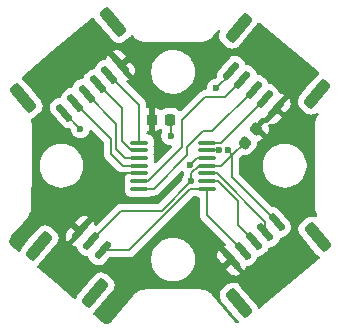
<source format=gbr>
%TF.GenerationSoftware,KiCad,Pcbnew,9.0.3*%
%TF.CreationDate,2025-07-17T11:53:43-06:00*%
%TF.ProjectId,EncoderBoard,456e636f-6465-4724-926f-6172642e6b69,rev?*%
%TF.SameCoordinates,Original*%
%TF.FileFunction,Copper,L1,Top*%
%TF.FilePolarity,Positive*%
%FSLAX46Y46*%
G04 Gerber Fmt 4.6, Leading zero omitted, Abs format (unit mm)*
G04 Created by KiCad (PCBNEW 9.0.3) date 2025-07-17 11:53:43*
%MOMM*%
%LPD*%
G01*
G04 APERTURE LIST*
G04 Aperture macros list*
%AMRoundRect*
0 Rectangle with rounded corners*
0 $1 Rounding radius*
0 $2 $3 $4 $5 $6 $7 $8 $9 X,Y pos of 4 corners*
0 Add a 4 corners polygon primitive as box body*
4,1,4,$2,$3,$4,$5,$6,$7,$8,$9,$2,$3,0*
0 Add four circle primitives for the rounded corners*
1,1,$1+$1,$2,$3*
1,1,$1+$1,$4,$5*
1,1,$1+$1,$6,$7*
1,1,$1+$1,$8,$9*
0 Add four rect primitives between the rounded corners*
20,1,$1+$1,$2,$3,$4,$5,0*
20,1,$1+$1,$4,$5,$6,$7,0*
20,1,$1+$1,$6,$7,$8,$9,0*
20,1,$1+$1,$8,$9,$2,$3,0*%
G04 Aperture macros list end*
%TA.AperFunction,SMDPad,CuDef*%
%ADD10RoundRect,0.150000X-0.335045X0.632649X-0.564858X0.439813X0.335045X-0.632649X0.564858X-0.439813X0*%
%TD*%
%TA.AperFunction,SMDPad,CuDef*%
%ADD11RoundRect,0.250000X-0.515555X1.003346X-0.898577X0.681952X0.515555X-1.003346X0.898577X-0.681952X0*%
%TD*%
%TA.AperFunction,SMDPad,CuDef*%
%ADD12RoundRect,0.100000X-0.637500X-0.100000X0.637500X-0.100000X0.637500X0.100000X-0.637500X0.100000X0*%
%TD*%
%TA.AperFunction,SMDPad,CuDef*%
%ADD13RoundRect,0.150000X-0.564858X-0.439813X-0.335045X-0.632649X0.564858X0.439813X0.335045X0.632649X0*%
%TD*%
%TA.AperFunction,SMDPad,CuDef*%
%ADD14RoundRect,0.250000X-0.898577X-0.681952X-0.515555X-1.003346X0.898577X0.681952X0.515555X1.003346X0*%
%TD*%
%TA.AperFunction,SMDPad,CuDef*%
%ADD15RoundRect,0.150000X0.564858X0.439813X0.335045X0.632649X-0.564858X-0.439813X-0.335045X-0.632649X0*%
%TD*%
%TA.AperFunction,SMDPad,CuDef*%
%ADD16RoundRect,0.250000X0.898577X0.681952X0.515555X1.003346X-0.898577X-0.681952X-0.515555X-1.003346X0*%
%TD*%
%TA.AperFunction,SMDPad,CuDef*%
%ADD17RoundRect,0.150000X0.335045X-0.632649X0.564858X-0.439813X-0.335045X0.632649X-0.564858X0.439813X0*%
%TD*%
%TA.AperFunction,SMDPad,CuDef*%
%ADD18RoundRect,0.250000X0.515555X-1.003346X0.898577X-0.681952X-0.515555X1.003346X-0.898577X0.681952X0*%
%TD*%
%TA.AperFunction,SMDPad,CuDef*%
%ADD19RoundRect,0.225000X0.046884X-0.333057X0.336138X0.011663X-0.046884X0.333057X-0.336138X-0.011663X0*%
%TD*%
%TA.AperFunction,SMDPad,CuDef*%
%ADD20RoundRect,0.225000X0.225000X0.250000X-0.225000X0.250000X-0.225000X-0.250000X0.225000X-0.250000X0*%
%TD*%
%TA.AperFunction,ViaPad*%
%ADD21C,0.600000*%
%TD*%
%TA.AperFunction,Conductor*%
%ADD22C,0.200000*%
%TD*%
G04 APERTURE END LIST*
D10*
%TO.P,J1,1,Pin_1*%
%TO.N,GND*%
X145558046Y-91508471D03*
%TO.P,J1,2,Pin_2*%
%TO.N,Net-(J1-Pin_2)*%
X144600490Y-92311955D03*
%TO.P,J1,3,Pin_3*%
%TO.N,Net-(J1-Pin_3)*%
X143642935Y-93115440D03*
%TO.P,J1,4,Pin_4*%
%TO.N,Net-(J1-Pin_4)*%
X142685379Y-93918924D03*
%TO.P,J1,5,Pin_5*%
%TO.N,Net-(J1-Pin_5)*%
X141727824Y-94722409D03*
%TO.P,J1,6,Pin_6*%
%TO.N,VDD*%
X140770268Y-95525894D03*
D11*
%TO.P,J1,MP,MountPin*%
%TO.N,unconnected-(J1-MountPin-PadMP)*%
X144918308Y-87867972D03*
X137296166Y-94263708D03*
%TD*%
D12*
%TO.P,U1,1,~{CS}*%
%TO.N,Net-(J1-Pin_2)*%
X147137500Y-98050000D03*
%TO.P,U1,2,CLK*%
%TO.N,Net-(J1-Pin_3)*%
X147137500Y-98700000D03*
%TO.P,U1,3,MISO*%
%TO.N,Net-(J1-Pin_4)*%
X147137500Y-99350000D03*
%TO.P,U1,4,MOSI*%
%TO.N,Net-(J1-Pin_5)*%
X147137500Y-100000000D03*
%TO.P,U1,5,TST*%
%TO.N,GND*%
X147137500Y-100650000D03*
%TO.P,U1,6,B*%
%TO.N,Net-(J2-Pin_4)*%
X147137500Y-101300000D03*
%TO.P,U1,7,A*%
%TO.N,Net-(J2-Pin_3)*%
X147137500Y-101950000D03*
%TO.P,U1,8,W/PWM*%
%TO.N,Net-(J3-Pin_2)*%
X152862500Y-101950000D03*
%TO.P,U1,9,V*%
%TO.N,Net-(J3-Pin_3)*%
X152862500Y-101300000D03*
%TO.P,U1,10,U*%
%TO.N,Net-(J3-Pin_4)*%
X152862500Y-100650000D03*
%TO.P,U1,11,VDD*%
%TO.N,VDD*%
X152862500Y-100000000D03*
%TO.P,U1,12,VDD3V3*%
%TO.N,Net-(JP1-C)*%
X152862500Y-99350000D03*
%TO.P,U1,13,GND*%
%TO.N,GND*%
X152862500Y-98700000D03*
%TO.P,U1,14,I/PWM*%
%TO.N,Net-(J2-Pin_2)*%
X152862500Y-98050000D03*
%TD*%
D13*
%TO.P,J4,1,Pin_1*%
%TO.N,GND*%
X142123438Y-105550870D03*
%TO.P,J4,2,Pin_2*%
%TO.N,VDD*%
X143080993Y-106354355D03*
%TO.P,J4,3,Pin_3*%
%TO.N,Net-(J3-Pin_2)*%
X144038549Y-107157839D03*
D14*
%TO.P,J4,MP,MountPin*%
%TO.N,unconnected-(J4-MountPin-PadMP)*%
X138649335Y-106813055D03*
X143398811Y-110798339D03*
%TD*%
D15*
%TO.P,J2,1,Pin_1*%
%TO.N,GND*%
X158734118Y-95177616D03*
%TO.P,J2,2,Pin_2*%
%TO.N,Net-(J2-Pin_2)*%
X157776564Y-94374131D03*
%TO.P,J2,3,Pin_3*%
%TO.N,Net-(J2-Pin_3)*%
X156819008Y-93570646D03*
%TO.P,J2,4,Pin_4*%
%TO.N,Net-(J2-Pin_4)*%
X155861452Y-92767162D03*
%TO.P,J2,5,Pin_5*%
%TO.N,VDD*%
X154903898Y-91963678D03*
D16*
%TO.P,J2,MP,MountPin*%
%TO.N,unconnected-(J2-MountPin-PadMP)*%
X162208222Y-93915430D03*
X155543635Y-88323178D03*
%TD*%
D17*
%TO.P,J3,1,Pin_1*%
%TO.N,GND*%
X154953897Y-108011323D03*
%TO.P,J3,2,Pin_2*%
%TO.N,Net-(J3-Pin_2)*%
X155911452Y-107207838D03*
%TO.P,J3,3,Pin_3*%
%TO.N,Net-(J3-Pin_3)*%
X156869008Y-106404354D03*
%TO.P,J3,4,Pin_4*%
%TO.N,Net-(J3-Pin_4)*%
X157826563Y-105600869D03*
%TO.P,J3,5,Pin_5*%
%TO.N,VDD*%
X158784119Y-104797385D03*
D18*
%TO.P,J3,MP,MountPin*%
%TO.N,unconnected-(J3-MountPin-PadMP)*%
X155593635Y-111651822D03*
X162258222Y-106059570D03*
%TD*%
D19*
%TO.P,C1,1*%
%TO.N,VDD*%
X156051840Y-98043684D03*
%TO.P,C1,2*%
%TO.N,GND*%
X157048160Y-96856316D03*
%TD*%
D20*
%TO.P,C2,1*%
%TO.N,Net-(JP1-A)*%
X149775000Y-96100000D03*
%TO.P,C2,2*%
%TO.N,GND*%
X148225000Y-96100000D03*
%TD*%
D21*
%TO.N,GND*%
X153852354Y-98711358D03*
X145050000Y-101300000D03*
%TO.N,VDD*%
X154650000Y-98650000D03*
X151550000Y-101300000D03*
X142150000Y-96850000D03*
X153650000Y-93450000D03*
%TO.N,Net-(JP1-A)*%
X149800000Y-97450000D03*
%TO.N,Net-(JP1-C)*%
X151450735Y-99900735D03*
%TD*%
D22*
%TO.N,GND*%
X152862500Y-98700000D02*
X153840996Y-98700000D01*
X145700000Y-100650000D02*
X145050000Y-101300000D01*
X147137500Y-100650000D02*
X145700000Y-100650000D01*
X153840996Y-98700000D02*
X153852354Y-98711358D01*
%TO.N,VDD*%
X152200000Y-100000000D02*
X151550000Y-100650000D01*
X154650000Y-98700000D02*
X155022762Y-99072762D01*
X154903897Y-92196103D02*
X153650000Y-93450000D01*
X152862500Y-100000000D02*
X152200000Y-100000000D01*
X155022762Y-100972762D02*
X155022762Y-99072762D01*
X152862500Y-100000000D02*
X154095524Y-100000000D01*
X140770268Y-95525894D02*
X140825894Y-95525894D01*
X143080993Y-106354355D02*
X145635348Y-103800000D01*
X151550000Y-100650000D02*
X151550000Y-101300000D01*
X154650000Y-98650000D02*
X154650000Y-98700000D01*
X158784119Y-104797385D02*
X158784119Y-104734119D01*
X154095524Y-100000000D02*
X155022762Y-99072762D01*
X149050000Y-103800000D02*
X151550000Y-101300000D01*
X154903897Y-91963678D02*
X154903897Y-92196103D01*
X145635348Y-103800000D02*
X149050000Y-103800000D01*
X155022762Y-99072762D02*
X156051840Y-98043684D01*
X158784119Y-104734119D02*
X155022762Y-100972762D01*
X140825894Y-95525894D02*
X142150000Y-96850000D01*
%TO.N,Net-(JP1-A)*%
X149800000Y-97450000D02*
X149800000Y-96125000D01*
X149800000Y-96125000D02*
X149775000Y-96100000D01*
%TO.N,Net-(J1-Pin_3)*%
X143642935Y-93115440D02*
X145650000Y-95122505D01*
X145650000Y-95122505D02*
X145650000Y-97949999D01*
X145650000Y-97949999D02*
X146400001Y-98700000D01*
X146400001Y-98700000D02*
X147137500Y-98700000D01*
%TO.N,Net-(J1-Pin_5)*%
X141727824Y-94722409D02*
X141727824Y-94727824D01*
X144750000Y-99000000D02*
X145750000Y-100000000D01*
X141727824Y-94727824D02*
X144750000Y-97750000D01*
X144750000Y-97750000D02*
X144750000Y-99000000D01*
X145750000Y-100000000D02*
X147137500Y-100000000D01*
%TO.N,Net-(J1-Pin_4)*%
X145950000Y-99350000D02*
X147137500Y-99350000D01*
X145200000Y-96433545D02*
X145200000Y-98600000D01*
X145200000Y-98600000D02*
X145950000Y-99350000D01*
X142685379Y-93918924D02*
X145200000Y-96433545D01*
%TO.N,Net-(J1-Pin_2)*%
X147137500Y-94848965D02*
X147137500Y-98050000D01*
X144600490Y-92311955D02*
X147137500Y-94848965D01*
%TO.N,Net-(J2-Pin_4)*%
X150800000Y-98374999D02*
X147874999Y-101300000D01*
X152700000Y-94200000D02*
X150800000Y-96100000D01*
X154428614Y-94200000D02*
X152700000Y-94200000D01*
X147874999Y-101300000D02*
X147137500Y-101300000D01*
X155861452Y-92767162D02*
X154428614Y-94200000D01*
X150800000Y-96100000D02*
X150800000Y-98374999D01*
%TO.N,Net-(J2-Pin_2)*%
X154100695Y-98050000D02*
X152862500Y-98050000D01*
X157776564Y-94374131D02*
X154100695Y-98050000D01*
%TO.N,Net-(J2-Pin_3)*%
X156819008Y-93580992D02*
X153300000Y-97100000D01*
X151201000Y-98404130D02*
X151201000Y-99099000D01*
X148350000Y-101950000D02*
X147137500Y-101950000D01*
X151201000Y-99099000D02*
X148350000Y-101950000D01*
X153300000Y-97100000D02*
X152505130Y-97100000D01*
X152505130Y-97100000D02*
X151201000Y-98404130D01*
X156819008Y-93570646D02*
X156819008Y-93580992D01*
%TO.N,Net-(J3-Pin_4)*%
X153717100Y-100650000D02*
X152862500Y-100650000D01*
X157826563Y-104759463D02*
X153717100Y-100650000D01*
X157826563Y-105600869D02*
X157826563Y-104759463D01*
%TO.N,Net-(J3-Pin_2)*%
X155911452Y-107207838D02*
X152862500Y-104158886D01*
X146259261Y-107157839D02*
X151467100Y-101950000D01*
X144038549Y-107157839D02*
X146259261Y-107157839D01*
X151467100Y-101950000D02*
X152862500Y-101950000D01*
X152862500Y-104158886D02*
X152862500Y-101950000D01*
%TO.N,Net-(J3-Pin_3)*%
X155500000Y-103000000D02*
X153800000Y-101300000D01*
X153800000Y-101300000D02*
X152862500Y-101300000D01*
X155500000Y-105035346D02*
X155500000Y-103000000D01*
X156869008Y-106404354D02*
X155500000Y-105035346D01*
%TO.N,Net-(JP1-C)*%
X152001470Y-99350000D02*
X151450735Y-99900735D01*
X152862500Y-99350000D02*
X152001470Y-99350000D01*
%TD*%
%TA.AperFunction,Conductor*%
%TO.N,GND*%
G36*
X143287151Y-87464380D02*
G01*
X143339200Y-87510992D01*
X143349041Y-87530536D01*
X143354638Y-87544625D01*
X143354641Y-87544632D01*
X143354642Y-87544633D01*
X143412669Y-87630123D01*
X143412673Y-87630128D01*
X143412676Y-87630132D01*
X143412678Y-87630136D01*
X144646595Y-89100658D01*
X144868233Y-89364796D01*
X144891094Y-89392040D01*
X144891100Y-89392047D01*
X144965201Y-89464024D01*
X144965205Y-89464027D01*
X144965207Y-89464029D01*
X144988461Y-89478372D01*
X145114520Y-89556127D01*
X145114523Y-89556128D01*
X145114529Y-89556132D01*
X145281066Y-89611317D01*
X145455834Y-89626608D01*
X145455836Y-89626607D01*
X145455840Y-89626608D01*
X145629429Y-89601180D01*
X145629432Y-89601178D01*
X145629435Y-89601178D01*
X145756848Y-89550560D01*
X145792476Y-89536406D01*
X145877966Y-89478379D01*
X146337605Y-89092695D01*
X146409597Y-89018580D01*
X146418615Y-89003958D01*
X146439680Y-88985009D01*
X146458522Y-88963846D01*
X146465315Y-88961949D01*
X146470560Y-88957232D01*
X146498526Y-88952679D01*
X146525819Y-88945062D01*
X146532560Y-88947140D01*
X146539522Y-88946007D01*
X146565507Y-88957296D01*
X146592589Y-88965644D01*
X146600085Y-88972317D01*
X146603605Y-88973847D01*
X146618950Y-88989113D01*
X146667106Y-89046218D01*
X146667154Y-89046275D01*
X146712951Y-89100650D01*
X146712959Y-89100658D01*
X146876109Y-89245268D01*
X146876111Y-89245269D01*
X146876113Y-89245271D01*
X147058459Y-89364786D01*
X147058462Y-89364787D01*
X147058463Y-89364788D01*
X147256166Y-89456689D01*
X147256176Y-89456693D01*
X147465072Y-89519048D01*
X147465075Y-89519048D01*
X147465080Y-89519050D01*
X147680814Y-89550560D01*
X147789826Y-89550500D01*
X152210174Y-89550500D01*
X152233031Y-89550500D01*
X152319183Y-89550549D01*
X152534911Y-89519043D01*
X152743820Y-89456688D01*
X152941525Y-89364796D01*
X153123872Y-89245294D01*
X153287033Y-89100692D01*
X153293770Y-89092695D01*
X153357262Y-89017321D01*
X153357268Y-89017326D01*
X153357296Y-89017280D01*
X153375591Y-88995585D01*
X153386071Y-88983158D01*
X153413879Y-88950185D01*
X153413885Y-88950174D01*
X153764560Y-88534328D01*
X153822825Y-88495770D01*
X153892689Y-88494833D01*
X153951968Y-88531815D01*
X153981843Y-88594976D01*
X153974593Y-88660048D01*
X153915196Y-88809563D01*
X153889767Y-88983158D01*
X153905057Y-89157925D01*
X153905058Y-89157927D01*
X153960244Y-89324464D01*
X153960245Y-89324465D01*
X154052342Y-89473781D01*
X154052347Y-89473787D01*
X154113170Y-89536406D01*
X154124336Y-89547901D01*
X154583976Y-89933583D01*
X154669467Y-89991612D01*
X154669474Y-89991615D01*
X154832507Y-90056384D01*
X154832512Y-90056385D01*
X154832514Y-90056386D01*
X155006103Y-90081814D01*
X155180877Y-90066523D01*
X155347414Y-90011338D01*
X155496736Y-89919235D01*
X155570851Y-89847245D01*
X157049273Y-88085329D01*
X157107301Y-87999839D01*
X157132879Y-87935453D01*
X157175922Y-87880419D01*
X157241888Y-87857391D01*
X157309832Y-87873682D01*
X157327802Y-87886226D01*
X162330013Y-92081629D01*
X162368728Y-92139792D01*
X162369853Y-92209652D01*
X162333030Y-92269031D01*
X162315426Y-92282175D01*
X162255121Y-92319373D01*
X162255119Y-92319374D01*
X162255117Y-92319376D01*
X162181014Y-92391354D01*
X162181009Y-92391359D01*
X161298086Y-93443587D01*
X160704804Y-94150634D01*
X160702580Y-94153284D01*
X160644555Y-94238769D01*
X160644552Y-94238775D01*
X160579783Y-94401812D01*
X160554354Y-94575410D01*
X160569644Y-94750177D01*
X160576183Y-94769910D01*
X160624831Y-94916716D01*
X160643832Y-94947522D01*
X160716929Y-95066033D01*
X160716934Y-95066039D01*
X160784057Y-95135144D01*
X160788923Y-95140153D01*
X161248564Y-95525836D01*
X161254438Y-95529823D01*
X161334054Y-95583864D01*
X161334061Y-95583867D01*
X161497094Y-95648636D01*
X161497099Y-95648637D01*
X161497101Y-95648638D01*
X161670690Y-95674066D01*
X161845464Y-95658775D01*
X162012001Y-95603590D01*
X162138313Y-95525679D01*
X162205704Y-95507239D01*
X162272367Y-95528161D01*
X162317137Y-95581803D01*
X162325799Y-95651133D01*
X162298513Y-95710787D01*
X162281861Y-95730689D01*
X162281856Y-95730696D01*
X162281855Y-95730698D01*
X162192491Y-95874112D01*
X162171128Y-95908396D01*
X162171127Y-95908397D01*
X162086156Y-96099722D01*
X162086150Y-96099738D01*
X162028569Y-96301012D01*
X162028565Y-96301033D01*
X162006234Y-96460253D01*
X161999487Y-96508357D01*
X161999500Y-96613040D01*
X161999497Y-96678932D01*
X161999500Y-96678943D01*
X161999500Y-103363943D01*
X161999497Y-103363993D01*
X161999497Y-103386067D01*
X161999485Y-103386104D01*
X161999486Y-103386105D01*
X161999452Y-103542012D01*
X161999453Y-103542015D01*
X162028457Y-103749085D01*
X162028458Y-103749088D01*
X162028459Y-103749093D01*
X162030874Y-103757546D01*
X162074474Y-103910151D01*
X162085903Y-103950151D01*
X162158991Y-104114958D01*
X162170671Y-104141294D01*
X162170677Y-104141307D01*
X162198180Y-104185513D01*
X162216880Y-104252834D01*
X162196215Y-104319577D01*
X162142746Y-104364553D01*
X162073449Y-104373482D01*
X162053889Y-104368722D01*
X161895462Y-104316224D01*
X161895463Y-104316224D01*
X161720695Y-104300933D01*
X161547098Y-104326362D01*
X161547094Y-104326363D01*
X161384061Y-104391132D01*
X161384054Y-104391135D01*
X161341118Y-104420279D01*
X161298564Y-104449163D01*
X161298562Y-104449165D01*
X161298555Y-104449169D01*
X160838931Y-104834840D01*
X160838927Y-104834844D01*
X160766933Y-104908961D01*
X160766930Y-104908965D01*
X160677215Y-105054419D01*
X160674831Y-105058284D01*
X160671045Y-105069709D01*
X160619644Y-105224822D01*
X160604354Y-105399589D01*
X160629783Y-105573187D01*
X160694552Y-105736224D01*
X160694555Y-105736230D01*
X160709931Y-105758883D01*
X160752583Y-105821721D01*
X160752587Y-105821726D01*
X160752590Y-105821730D01*
X160752592Y-105821734D01*
X161971461Y-107274323D01*
X162225898Y-107577549D01*
X162231008Y-107583638D01*
X162231014Y-107583645D01*
X162305115Y-107655622D01*
X162305117Y-107655624D01*
X162305119Y-107655625D01*
X162305121Y-107655627D01*
X162319168Y-107664291D01*
X162355939Y-107686972D01*
X162402663Y-107738920D01*
X162413884Y-107807883D01*
X162386040Y-107871965D01*
X162370501Y-107887538D01*
X157373016Y-112076805D01*
X157308994Y-112104787D01*
X157240007Y-112093714D01*
X157187958Y-112047102D01*
X157178116Y-112027557D01*
X157157301Y-111975161D01*
X157099274Y-111889671D01*
X157099266Y-111889661D01*
X157099264Y-111889657D01*
X155775413Y-110311956D01*
X155620851Y-110127756D01*
X155620848Y-110127753D01*
X155620842Y-110127746D01*
X155546741Y-110055769D01*
X155546736Y-110055765D01*
X155397422Y-109963666D01*
X155397416Y-109963663D01*
X155397414Y-109963662D01*
X155397197Y-109963590D01*
X155230875Y-109908476D01*
X155230876Y-109908476D01*
X155056108Y-109893185D01*
X154882511Y-109918614D01*
X154882507Y-109918615D01*
X154719474Y-109983384D01*
X154719467Y-109983387D01*
X154667416Y-110018717D01*
X154633977Y-110041415D01*
X154633975Y-110041417D01*
X154633968Y-110041421D01*
X154174344Y-110427092D01*
X154174340Y-110427096D01*
X154102346Y-110501213D01*
X154102343Y-110501217D01*
X154010245Y-110650534D01*
X153955057Y-110817074D01*
X153939767Y-110991841D01*
X153965196Y-111165439D01*
X154029965Y-111328476D01*
X154029968Y-111328482D01*
X154029969Y-111328483D01*
X154087996Y-111413973D01*
X154088000Y-111413978D01*
X154088003Y-111413982D01*
X154088005Y-111413986D01*
X155535202Y-113138685D01*
X155541058Y-113152067D01*
X155551027Y-113162747D01*
X155554786Y-113183433D01*
X155563215Y-113202693D01*
X155560907Y-113217117D01*
X155563519Y-113231491D01*
X155555497Y-113250925D01*
X155552176Y-113271685D01*
X155542435Y-113282572D01*
X155536862Y-113296076D01*
X155519607Y-113308088D01*
X155505589Y-113323757D01*
X155491508Y-113327649D01*
X155479520Y-113335996D01*
X155458509Y-113336772D01*
X155438246Y-113342375D01*
X155423042Y-113338084D01*
X155409698Y-113338578D01*
X155377075Y-113325113D01*
X155332904Y-113298979D01*
X155310785Y-113282296D01*
X155244838Y-113219839D01*
X155235314Y-113209749D01*
X155189214Y-113155081D01*
X155189204Y-113155071D01*
X153332893Y-110953781D01*
X153332845Y-110953724D01*
X153287047Y-110899349D01*
X153287044Y-110899345D01*
X153287041Y-110899343D01*
X153287040Y-110899341D01*
X153123890Y-110754731D01*
X152941536Y-110635211D01*
X152743833Y-110543310D01*
X152743823Y-110543306D01*
X152534927Y-110480951D01*
X152534916Y-110480949D01*
X152319192Y-110449440D01*
X152319186Y-110449440D01*
X152210174Y-110449500D01*
X147766969Y-110449500D01*
X147680816Y-110449450D01*
X147465086Y-110480957D01*
X147465085Y-110480957D01*
X147256188Y-110543309D01*
X147256176Y-110543313D01*
X147058479Y-110635202D01*
X147058474Y-110635204D01*
X146876124Y-110754708D01*
X146712976Y-110899299D01*
X146712964Y-110899310D01*
X146643238Y-110982084D01*
X146643196Y-110982134D01*
X146623939Y-111004970D01*
X146623938Y-111004971D01*
X146601955Y-111031037D01*
X146601953Y-111031042D01*
X144804344Y-113162720D01*
X144804344Y-113162721D01*
X144764641Y-113209802D01*
X144764638Y-113209803D01*
X144755113Y-113219895D01*
X144689221Y-113282299D01*
X144667094Y-113298988D01*
X144595008Y-113341636D01*
X144569728Y-113352994D01*
X144489975Y-113378565D01*
X144462803Y-113384025D01*
X144379353Y-113391244D01*
X144351646Y-113390531D01*
X144268686Y-113379035D01*
X144241832Y-113372188D01*
X144229331Y-113367458D01*
X144163492Y-113342551D01*
X144138831Y-113329911D01*
X144081504Y-113291888D01*
X144063256Y-113279784D01*
X144052137Y-113271477D01*
X144023986Y-113247879D01*
X143284207Y-112627740D01*
X143245477Y-112569587D01*
X143244335Y-112499727D01*
X143281143Y-112440339D01*
X143298764Y-112427177D01*
X143351912Y-112394396D01*
X143426027Y-112322406D01*
X144904449Y-110560490D01*
X144962477Y-110475000D01*
X144981507Y-110427099D01*
X145027249Y-110311956D01*
X145027249Y-110311955D01*
X145027250Y-110311953D01*
X145052678Y-110138364D01*
X145052677Y-110138360D01*
X145052678Y-110138358D01*
X145037388Y-109963591D01*
X145022484Y-109918614D01*
X144982202Y-109797053D01*
X144926072Y-109706052D01*
X144890103Y-109647735D01*
X144890098Y-109647729D01*
X144818118Y-109573624D01*
X144818113Y-109573619D01*
X144818112Y-109573618D01*
X144818110Y-109573616D01*
X144358469Y-109187933D01*
X144272979Y-109129905D01*
X144272980Y-109129905D01*
X144272978Y-109129904D01*
X144272971Y-109129901D01*
X144109938Y-109065132D01*
X144109934Y-109065131D01*
X143936336Y-109039702D01*
X143761570Y-109054993D01*
X143595034Y-109110178D01*
X143595023Y-109110183D01*
X143445709Y-109202282D01*
X143371603Y-109274263D01*
X143371598Y-109274268D01*
X142793125Y-109963666D01*
X141895805Y-111033052D01*
X141893169Y-111036193D01*
X141835144Y-111121678D01*
X141835141Y-111121685D01*
X141811683Y-111180734D01*
X141768638Y-111235770D01*
X141702672Y-111258797D01*
X141634728Y-111242504D01*
X141616784Y-111229981D01*
X141539790Y-111165439D01*
X140106158Y-109963661D01*
X138532039Y-108644116D01*
X138493309Y-108585963D01*
X138492167Y-108516103D01*
X138528975Y-108456715D01*
X138546593Y-108443556D01*
X138602436Y-108409112D01*
X138676551Y-108337122D01*
X140154973Y-106575206D01*
X140213001Y-106489716D01*
X140220500Y-106470841D01*
X140277773Y-106326672D01*
X140277773Y-106326671D01*
X140277774Y-106326669D01*
X140303202Y-106153080D01*
X140303201Y-106153076D01*
X140303202Y-106153074D01*
X140288006Y-105979374D01*
X140287912Y-105978307D01*
X140287912Y-105978306D01*
X140283678Y-105965528D01*
X140903897Y-105965528D01*
X140903897Y-105965536D01*
X140918209Y-106129134D01*
X140972761Y-106284042D01*
X141064118Y-106420510D01*
X141065900Y-106422260D01*
X141771229Y-105581683D01*
X141349905Y-105228150D01*
X141018454Y-105623160D01*
X141018449Y-105623165D01*
X140996993Y-105653248D01*
X140930718Y-105803511D01*
X140903897Y-105965528D01*
X140283678Y-105965528D01*
X140232726Y-105811769D01*
X140165543Y-105702847D01*
X140140627Y-105662451D01*
X140140622Y-105662445D01*
X140068642Y-105588340D01*
X140068637Y-105588335D01*
X140068636Y-105588334D01*
X140068634Y-105588332D01*
X139608993Y-105202649D01*
X139560930Y-105170025D01*
X139523502Y-105144620D01*
X139523495Y-105144617D01*
X139360462Y-105079848D01*
X139360458Y-105079847D01*
X139186860Y-105054418D01*
X139012094Y-105069709D01*
X138845558Y-105124894D01*
X138845547Y-105124899D01*
X138696233Y-105216998D01*
X138622127Y-105288979D01*
X138622122Y-105288984D01*
X137758022Y-106318780D01*
X137228898Y-106949366D01*
X137143693Y-107050909D01*
X137085668Y-107136394D01*
X137085665Y-107136401D01*
X137061040Y-107198388D01*
X137017995Y-107253424D01*
X136952029Y-107276450D01*
X136884086Y-107260158D01*
X136866141Y-107247635D01*
X136316703Y-106787055D01*
X136306572Y-106777546D01*
X136286622Y-106756599D01*
X136243955Y-106711800D01*
X136227196Y-106689709D01*
X136184331Y-106617699D01*
X136172900Y-106592434D01*
X136161548Y-106557339D01*
X136147108Y-106512694D01*
X136141578Y-106485522D01*
X136134152Y-106402047D01*
X136134797Y-106374335D01*
X136146108Y-106291285D01*
X136152900Y-106264402D01*
X136182381Y-106185954D01*
X136194972Y-106161259D01*
X136245245Y-106085121D01*
X136253515Y-106074001D01*
X136256097Y-106070909D01*
X136256111Y-106070900D01*
X136256108Y-106070897D01*
X136321935Y-105992049D01*
X137279457Y-104845127D01*
X141671298Y-104845127D01*
X142092622Y-105198661D01*
X142797951Y-104358084D01*
X142795914Y-104356631D01*
X142645658Y-104290361D01*
X142645650Y-104290358D01*
X142483632Y-104263537D01*
X142320031Y-104277850D01*
X142165123Y-104332402D01*
X142028656Y-104423759D01*
X142028653Y-104423761D01*
X142002752Y-104450119D01*
X142002746Y-104450126D01*
X141671298Y-104845127D01*
X137279457Y-104845127D01*
X137645900Y-104406201D01*
X137654231Y-104396222D01*
X137654235Y-104396225D01*
X137658867Y-104390670D01*
X137696461Y-104345640D01*
X137696462Y-104345637D01*
X137701531Y-104339566D01*
X137701890Y-104339070D01*
X137720552Y-104316692D01*
X137830183Y-104140979D01*
X137830183Y-104140976D01*
X137830187Y-104140972D01*
X137830187Y-104140970D01*
X137914633Y-103951878D01*
X137914636Y-103951872D01*
X137956312Y-103808127D01*
X137972307Y-103752961D01*
X137972308Y-103752956D01*
X138002107Y-103548002D01*
X138002316Y-103518786D01*
X138002365Y-103518118D01*
X138002416Y-103510351D01*
X138002417Y-103510348D01*
X138024982Y-100080259D01*
X138025042Y-100073198D01*
X138025063Y-100073127D01*
X138025500Y-100066792D01*
X138025500Y-100002005D01*
X138025503Y-100001188D01*
X138025838Y-99950264D01*
X138025901Y-99940692D01*
X138025900Y-99940690D01*
X138025927Y-99936658D01*
X138025519Y-99930241D01*
X138025500Y-99923038D01*
X138025517Y-99922978D01*
X138025500Y-99922711D01*
X138025500Y-99878712D01*
X138699500Y-99878712D01*
X138699500Y-100121288D01*
X138731162Y-100361789D01*
X138750025Y-100432186D01*
X138793947Y-100596104D01*
X138886773Y-100820205D01*
X138886777Y-100820214D01*
X138901334Y-100845427D01*
X139008064Y-101030289D01*
X139008066Y-101030292D01*
X139008067Y-101030293D01*
X139155733Y-101222736D01*
X139155739Y-101222743D01*
X139327256Y-101394260D01*
X139327262Y-101394265D01*
X139519711Y-101541936D01*
X139729788Y-101663224D01*
X139953900Y-101756054D01*
X140188211Y-101818838D01*
X140368586Y-101842584D01*
X140428711Y-101850500D01*
X140428712Y-101850500D01*
X140671289Y-101850500D01*
X140719388Y-101844167D01*
X140911789Y-101818838D01*
X141146100Y-101756054D01*
X141370212Y-101663224D01*
X141580289Y-101541936D01*
X141772738Y-101394265D01*
X141944265Y-101222738D01*
X142091936Y-101030289D01*
X142213224Y-100820212D01*
X142306054Y-100596100D01*
X142368838Y-100361789D01*
X142400500Y-100121288D01*
X142400500Y-99878712D01*
X142368838Y-99638211D01*
X142306054Y-99403900D01*
X142213224Y-99179788D01*
X142091936Y-98969711D01*
X141991915Y-98839361D01*
X141944266Y-98777263D01*
X141944260Y-98777256D01*
X141772743Y-98605739D01*
X141772736Y-98605733D01*
X141580293Y-98458067D01*
X141580292Y-98458066D01*
X141580289Y-98458064D01*
X141370212Y-98336776D01*
X141370205Y-98336773D01*
X141146104Y-98243947D01*
X140911785Y-98181161D01*
X140671289Y-98149500D01*
X140671288Y-98149500D01*
X140428712Y-98149500D01*
X140428711Y-98149500D01*
X140188214Y-98181161D01*
X139953895Y-98243947D01*
X139729794Y-98336773D01*
X139729785Y-98336777D01*
X139547851Y-98441817D01*
X139523801Y-98455703D01*
X139519706Y-98458067D01*
X139327263Y-98605733D01*
X139327256Y-98605739D01*
X139155739Y-98777256D01*
X139155733Y-98777263D01*
X139008067Y-98969706D01*
X138886777Y-99179785D01*
X138886773Y-99179794D01*
X138793947Y-99403895D01*
X138731161Y-99638214D01*
X138701879Y-99860640D01*
X138699500Y-99878712D01*
X138025500Y-99878712D01*
X138025500Y-96491770D01*
X138025473Y-96491381D01*
X138025465Y-96460253D01*
X138025465Y-96460248D01*
X137996022Y-96251617D01*
X137996020Y-96251604D01*
X137993273Y-96242067D01*
X137962475Y-96135122D01*
X137962838Y-96065254D01*
X138000918Y-96006673D01*
X138035849Y-95985568D01*
X138130427Y-95947996D01*
X138170327Y-95932145D01*
X138170329Y-95932143D01*
X138170334Y-95932142D01*
X138255824Y-95874115D01*
X138670887Y-95525835D01*
X138715456Y-95488437D01*
X138715456Y-95488436D01*
X138715463Y-95488431D01*
X138787455Y-95414316D01*
X138879557Y-95264994D01*
X138930505Y-95111246D01*
X139550223Y-95111246D01*
X139550223Y-95111252D01*
X139564191Y-95195626D01*
X139577067Y-95273398D01*
X139595486Y-95315159D01*
X139643389Y-95423773D01*
X139643394Y-95423782D01*
X139664857Y-95453873D01*
X139664869Y-95453887D01*
X139664871Y-95453890D01*
X140649228Y-96627001D01*
X140675154Y-96653384D01*
X140811731Y-96744813D01*
X140966753Y-96799406D01*
X141130482Y-96813730D01*
X141182589Y-96805103D01*
X141188456Y-96805819D01*
X141193995Y-96803754D01*
X141222735Y-96810006D01*
X141251942Y-96813573D01*
X141257984Y-96817674D01*
X141262268Y-96818606D01*
X141290522Y-96839757D01*
X141315425Y-96864660D01*
X141348910Y-96925983D01*
X141349361Y-96928149D01*
X141380261Y-97083491D01*
X141380264Y-97083501D01*
X141440602Y-97229172D01*
X141440609Y-97229185D01*
X141528210Y-97360288D01*
X141528213Y-97360292D01*
X141639707Y-97471786D01*
X141639711Y-97471789D01*
X141770814Y-97559390D01*
X141770827Y-97559397D01*
X141916498Y-97619735D01*
X141916503Y-97619737D01*
X142054362Y-97647159D01*
X142071153Y-97650499D01*
X142071156Y-97650500D01*
X142071158Y-97650500D01*
X142228844Y-97650500D01*
X142228845Y-97650499D01*
X142383497Y-97619737D01*
X142529179Y-97559394D01*
X142660289Y-97471789D01*
X142771789Y-97360289D01*
X142859394Y-97229179D01*
X142919737Y-97083497D01*
X142926662Y-97048685D01*
X142959047Y-96986774D01*
X143019762Y-96952200D01*
X143089532Y-96955939D01*
X143135960Y-96985195D01*
X144113181Y-97962416D01*
X144146666Y-98023739D01*
X144149500Y-98050097D01*
X144149500Y-98913330D01*
X144149499Y-98913348D01*
X144149499Y-99079054D01*
X144149498Y-99079054D01*
X144156952Y-99106871D01*
X144190423Y-99231785D01*
X144190424Y-99231786D01*
X144206468Y-99259577D01*
X144206469Y-99259578D01*
X144269475Y-99368709D01*
X144269481Y-99368717D01*
X144388349Y-99487585D01*
X144388354Y-99487589D01*
X145381284Y-100480520D01*
X145381286Y-100480521D01*
X145381290Y-100480524D01*
X145475659Y-100535007D01*
X145518216Y-100559577D01*
X145670943Y-100600501D01*
X145670945Y-100600501D01*
X145836662Y-100600501D01*
X145836670Y-100600500D01*
X145951651Y-100600500D01*
X146018690Y-100620185D01*
X146064445Y-100672989D01*
X146074389Y-100742147D01*
X146050027Y-100799985D01*
X146048876Y-100801487D01*
X146045121Y-100804228D01*
X146043135Y-100808430D01*
X146017169Y-100824637D01*
X145992447Y-100842689D01*
X145986624Y-100843703D01*
X145983864Y-100845427D01*
X145955597Y-100849111D01*
X145950500Y-100850000D01*
X145907990Y-100850000D01*
X145907988Y-100850001D01*
X145915441Y-100906622D01*
X145915445Y-100906634D01*
X145923837Y-100926895D01*
X145931304Y-100996364D01*
X145923838Y-101021794D01*
X145914956Y-101043238D01*
X145914955Y-101043239D01*
X145899500Y-101160638D01*
X145899500Y-101439363D01*
X145914953Y-101556753D01*
X145914957Y-101556765D01*
X145923566Y-101577550D01*
X145931033Y-101647019D01*
X145923566Y-101672450D01*
X145914957Y-101693234D01*
X145914955Y-101693239D01*
X145899500Y-101810638D01*
X145899500Y-102089363D01*
X145914953Y-102206753D01*
X145914956Y-102206762D01*
X145975464Y-102352841D01*
X146071718Y-102478282D01*
X146197159Y-102574536D01*
X146343238Y-102635044D01*
X146460639Y-102650500D01*
X147814360Y-102650499D01*
X147814363Y-102650499D01*
X147931753Y-102635046D01*
X147931757Y-102635044D01*
X147931762Y-102635044D01*
X148077841Y-102574536D01*
X148077845Y-102574532D01*
X148084876Y-102570474D01*
X148085882Y-102572216D01*
X148097087Y-102567884D01*
X148116322Y-102555523D01*
X148136594Y-102552608D01*
X148140932Y-102550931D01*
X148151257Y-102550500D01*
X148263331Y-102550500D01*
X148263347Y-102550501D01*
X148270943Y-102550501D01*
X148429054Y-102550501D01*
X148429057Y-102550501D01*
X148581785Y-102509577D01*
X148581787Y-102509575D01*
X148581789Y-102509575D01*
X148581790Y-102509574D01*
X148635988Y-102478283D01*
X148635989Y-102478282D01*
X148718716Y-102430520D01*
X148830520Y-102318716D01*
X148830520Y-102318714D01*
X148840724Y-102308511D01*
X148840728Y-102308506D01*
X150695898Y-100453335D01*
X150703841Y-100448998D01*
X150709267Y-100441751D01*
X150734026Y-100432516D01*
X150757219Y-100419852D01*
X150766248Y-100420497D01*
X150774731Y-100417334D01*
X150800551Y-100422950D01*
X150826911Y-100424836D01*
X150835964Y-100430654D01*
X150843004Y-100432186D01*
X150871258Y-100453337D01*
X150913180Y-100495259D01*
X150946665Y-100556582D01*
X150949499Y-100582940D01*
X150949499Y-100720235D01*
X150929814Y-100787274D01*
X150928601Y-100789126D01*
X150840609Y-100920814D01*
X150840602Y-100920827D01*
X150780264Y-101066498D01*
X150780261Y-101066508D01*
X150749361Y-101221850D01*
X150716976Y-101283761D01*
X150715425Y-101285339D01*
X148837584Y-103163181D01*
X148776261Y-103196666D01*
X148749903Y-103199500D01*
X145556288Y-103199500D01*
X145515367Y-103210464D01*
X145515367Y-103210465D01*
X145478099Y-103220451D01*
X145403562Y-103240423D01*
X145403557Y-103240426D01*
X145266638Y-103319475D01*
X145266630Y-103319481D01*
X145154826Y-103431286D01*
X143553521Y-105032590D01*
X143550266Y-105034367D01*
X143548303Y-105037515D01*
X143519833Y-105050984D01*
X143492198Y-105066075D01*
X143487518Y-105066273D01*
X143485145Y-105067397D01*
X143463077Y-105067312D01*
X143449854Y-105067874D01*
X143447703Y-105067594D01*
X143441207Y-105066519D01*
X143440145Y-105066611D01*
X143433085Y-105065694D01*
X143406059Y-105053790D01*
X143378059Y-105044382D01*
X143374439Y-105039863D01*
X143369143Y-105037531D01*
X143352841Y-105012905D01*
X143334374Y-104989853D01*
X143331535Y-104980718D01*
X143330577Y-104979270D01*
X143330559Y-104977982D01*
X143274114Y-104817697D01*
X143182758Y-104681232D01*
X143180973Y-104679478D01*
X142314949Y-105711567D01*
X142314948Y-105711567D01*
X141448922Y-106743654D01*
X141448922Y-106743655D01*
X141450955Y-106745105D01*
X141450957Y-106745106D01*
X141601217Y-106811378D01*
X141601225Y-106811381D01*
X141770939Y-106839477D01*
X141770558Y-106841777D01*
X141825717Y-106860297D01*
X141869414Y-106914816D01*
X141872808Y-106925727D01*
X141875272Y-106932726D01*
X141875273Y-106932727D01*
X141916891Y-107050909D01*
X141929866Y-107087752D01*
X141964796Y-107139930D01*
X142021295Y-107224327D01*
X142047677Y-107250253D01*
X142265537Y-107433058D01*
X142378147Y-107527549D01*
X142378149Y-107527550D01*
X142408247Y-107549019D01*
X142408253Y-107549023D01*
X142558631Y-107615348D01*
X142720779Y-107642191D01*
X142720779Y-107642190D01*
X142728476Y-107643465D01*
X142728101Y-107645728D01*
X142783384Y-107664291D01*
X142827081Y-107718810D01*
X142830208Y-107728863D01*
X142830238Y-107728853D01*
X142832828Y-107736210D01*
X142832829Y-107736211D01*
X142886119Y-107887538D01*
X142887422Y-107891236D01*
X142947184Y-107980507D01*
X142978851Y-108027811D01*
X143005233Y-108053737D01*
X143064820Y-108103736D01*
X143335703Y-108331033D01*
X143335705Y-108331034D01*
X143365803Y-108352503D01*
X143365809Y-108352507D01*
X143516187Y-108418832D01*
X143678335Y-108445675D01*
X143842064Y-108431351D01*
X143997086Y-108376758D01*
X144133663Y-108285329D01*
X144159589Y-108258946D01*
X144393227Y-107980507D01*
X144520600Y-107828711D01*
X148149500Y-107828711D01*
X148149500Y-108071288D01*
X148180787Y-108308945D01*
X148181162Y-108311789D01*
X148205470Y-108402506D01*
X148243947Y-108546104D01*
X148284545Y-108644116D01*
X148336776Y-108770212D01*
X148458064Y-108980289D01*
X148458066Y-108980292D01*
X148458067Y-108980293D01*
X148605733Y-109172736D01*
X148605739Y-109172743D01*
X148777256Y-109344260D01*
X148777262Y-109344265D01*
X148969711Y-109491936D01*
X149179788Y-109613224D01*
X149403900Y-109706054D01*
X149638211Y-109768838D01*
X149818586Y-109792584D01*
X149878711Y-109800500D01*
X149878712Y-109800500D01*
X150121289Y-109800500D01*
X150169388Y-109794167D01*
X150361789Y-109768838D01*
X150596100Y-109706054D01*
X150820212Y-109613224D01*
X151030289Y-109491936D01*
X151222738Y-109344265D01*
X151394265Y-109172738D01*
X151541936Y-108980289D01*
X151663224Y-108770212D01*
X151663227Y-108770205D01*
X151685239Y-108717064D01*
X154501757Y-108717064D01*
X154833200Y-109112062D01*
X154833201Y-109112063D01*
X154859112Y-109138431D01*
X154859115Y-109138433D01*
X154995582Y-109229790D01*
X155150490Y-109284342D01*
X155314087Y-109298655D01*
X155314095Y-109298655D01*
X155476109Y-109271834D01*
X155476117Y-109271831D01*
X155626372Y-109205562D01*
X155628410Y-109204107D01*
X154923081Y-108363530D01*
X154501757Y-108717064D01*
X151685239Y-108717064D01*
X151688177Y-108709971D01*
X151740767Y-108583005D01*
X151756054Y-108546100D01*
X151818838Y-108311789D01*
X151850500Y-108071288D01*
X151850500Y-107828712D01*
X151841972Y-107763931D01*
X151821682Y-107609811D01*
X151819950Y-107596656D01*
X153734356Y-107596656D01*
X153734356Y-107596664D01*
X153761177Y-107758681D01*
X153827452Y-107908944D01*
X153848908Y-107939027D01*
X153848925Y-107939048D01*
X154180364Y-108334041D01*
X154601688Y-107980507D01*
X153896360Y-107139931D01*
X153896359Y-107139930D01*
X153894578Y-107141682D01*
X153894575Y-107141686D01*
X153803220Y-107278150D01*
X153748668Y-107433058D01*
X153734356Y-107596656D01*
X151819950Y-107596656D01*
X151818838Y-107588213D01*
X151818838Y-107588211D01*
X151756054Y-107353900D01*
X151663224Y-107129788D01*
X151541936Y-106919711D01*
X151464303Y-106818537D01*
X151394266Y-106727263D01*
X151394260Y-106727256D01*
X151222743Y-106555739D01*
X151222736Y-106555733D01*
X151030293Y-106408067D01*
X151030292Y-106408066D01*
X151030289Y-106408064D01*
X150820212Y-106286776D01*
X150797726Y-106277462D01*
X150596104Y-106193947D01*
X150361785Y-106131161D01*
X150121289Y-106099500D01*
X150121288Y-106099500D01*
X149878712Y-106099500D01*
X149878711Y-106099500D01*
X149638214Y-106131161D01*
X149403895Y-106193947D01*
X149179794Y-106286773D01*
X149179785Y-106286777D01*
X148969706Y-106408067D01*
X148777263Y-106555733D01*
X148777256Y-106555739D01*
X148605739Y-106727256D01*
X148605733Y-106727263D01*
X148458067Y-106919706D01*
X148336777Y-107129785D01*
X148336773Y-107129794D01*
X148243947Y-107353895D01*
X148181161Y-107588214D01*
X148149500Y-107828711D01*
X144520600Y-107828711D01*
X144542482Y-107802633D01*
X144600653Y-107763931D01*
X144637471Y-107758339D01*
X146172592Y-107758339D01*
X146172608Y-107758340D01*
X146180204Y-107758340D01*
X146338315Y-107758340D01*
X146338318Y-107758340D01*
X146491046Y-107717416D01*
X146572348Y-107670476D01*
X146627977Y-107638359D01*
X146739781Y-107526555D01*
X146739781Y-107526553D01*
X146749985Y-107516350D01*
X146749988Y-107516345D01*
X151679517Y-102586819D01*
X151706444Y-102572115D01*
X151732263Y-102555523D01*
X151738463Y-102554631D01*
X151740840Y-102553334D01*
X151767198Y-102550500D01*
X151848743Y-102550500D01*
X151915782Y-102570185D01*
X151921099Y-102573924D01*
X151922157Y-102574534D01*
X151922159Y-102574536D01*
X151922160Y-102574536D01*
X151922163Y-102574538D01*
X151995198Y-102604790D01*
X152068238Y-102635044D01*
X152154177Y-102646358D01*
X152154185Y-102646359D01*
X152218082Y-102674625D01*
X152256553Y-102732950D01*
X152262000Y-102769298D01*
X152262000Y-104072216D01*
X152261999Y-104072234D01*
X152261999Y-104237940D01*
X152261998Y-104237940D01*
X152302907Y-104390614D01*
X152302923Y-104390671D01*
X152320019Y-104420282D01*
X152320020Y-104420284D01*
X152320021Y-104420284D01*
X152337246Y-104450119D01*
X152381979Y-104527600D01*
X152381981Y-104527603D01*
X152500849Y-104646471D01*
X152500855Y-104646476D01*
X154424030Y-106569651D01*
X154457515Y-106630974D01*
X154452531Y-106700666D01*
X154410659Y-106756599D01*
X154386389Y-106770787D01*
X154281418Y-106817085D01*
X154279381Y-106818537D01*
X155145408Y-107850626D01*
X155145409Y-107850626D01*
X156011433Y-108882713D01*
X156013214Y-108880964D01*
X156013217Y-108880960D01*
X156104573Y-108744495D01*
X156161716Y-108582230D01*
X156163918Y-108583005D01*
X156191714Y-108531916D01*
X156252986Y-108498337D01*
X156264336Y-108496887D01*
X156271664Y-108495673D01*
X156271666Y-108495674D01*
X156433814Y-108468831D01*
X156584192Y-108402506D01*
X156614305Y-108381026D01*
X156944768Y-108103736D01*
X156971150Y-108077810D01*
X157062580Y-107941233D01*
X157117172Y-107786210D01*
X157117172Y-107786207D01*
X157119763Y-107778851D01*
X157121927Y-107779613D01*
X157149810Y-107728392D01*
X157211090Y-107694827D01*
X157221530Y-107693494D01*
X157221525Y-107693464D01*
X157229221Y-107692189D01*
X157229222Y-107692190D01*
X157391370Y-107665347D01*
X157541748Y-107599022D01*
X157571861Y-107577542D01*
X157902324Y-107300252D01*
X157928706Y-107274326D01*
X158020136Y-107137749D01*
X158074728Y-106982726D01*
X158074728Y-106982723D01*
X158077319Y-106975367D01*
X158079483Y-106976129D01*
X158107361Y-106924911D01*
X158168639Y-106891343D01*
X158179085Y-106890009D01*
X158179080Y-106889979D01*
X158186776Y-106888704D01*
X158186777Y-106888705D01*
X158348925Y-106861862D01*
X158499303Y-106795537D01*
X158529416Y-106774057D01*
X158859879Y-106496767D01*
X158886261Y-106470841D01*
X158977691Y-106334264D01*
X159032283Y-106179241D01*
X159032283Y-106179238D01*
X159034874Y-106171882D01*
X159037038Y-106172644D01*
X159064921Y-106121423D01*
X159126201Y-106087858D01*
X159136641Y-106086525D01*
X159136636Y-106086495D01*
X159144332Y-106085220D01*
X159144333Y-106085221D01*
X159306481Y-106058378D01*
X159456859Y-105992053D01*
X159486972Y-105970573D01*
X159817435Y-105693283D01*
X159843817Y-105667357D01*
X159935247Y-105530780D01*
X159989839Y-105375757D01*
X160004164Y-105212028D01*
X159977320Y-105049881D01*
X159910996Y-104899502D01*
X159910992Y-104899496D01*
X159889529Y-104869405D01*
X159887909Y-104867474D01*
X158905159Y-103696278D01*
X158879233Y-103669895D01*
X158742656Y-103578466D01*
X158742653Y-103578465D01*
X158742652Y-103578464D01*
X158587635Y-103523873D01*
X158587636Y-103523873D01*
X158452293Y-103512032D01*
X158387225Y-103486579D01*
X158375420Y-103476185D01*
X155659581Y-100760346D01*
X155626096Y-100699023D01*
X155623262Y-100672665D01*
X155623262Y-99878712D01*
X157599500Y-99878712D01*
X157599500Y-100121288D01*
X157631162Y-100361789D01*
X157650025Y-100432186D01*
X157693947Y-100596104D01*
X157786773Y-100820205D01*
X157786777Y-100820214D01*
X157801334Y-100845427D01*
X157908064Y-101030289D01*
X157908066Y-101030292D01*
X157908067Y-101030293D01*
X158055733Y-101222736D01*
X158055739Y-101222743D01*
X158227256Y-101394260D01*
X158227262Y-101394265D01*
X158419711Y-101541936D01*
X158629788Y-101663224D01*
X158853900Y-101756054D01*
X159088211Y-101818838D01*
X159268586Y-101842584D01*
X159328711Y-101850500D01*
X159328712Y-101850500D01*
X159571289Y-101850500D01*
X159619388Y-101844167D01*
X159811789Y-101818838D01*
X160046100Y-101756054D01*
X160270212Y-101663224D01*
X160480289Y-101541936D01*
X160672738Y-101394265D01*
X160844265Y-101222738D01*
X160991936Y-101030289D01*
X161113224Y-100820212D01*
X161206054Y-100596100D01*
X161268838Y-100361789D01*
X161300500Y-100121288D01*
X161300500Y-99878712D01*
X161268838Y-99638211D01*
X161206054Y-99403900D01*
X161113224Y-99179788D01*
X160991936Y-98969711D01*
X160891915Y-98839361D01*
X160844266Y-98777263D01*
X160844260Y-98777256D01*
X160672743Y-98605739D01*
X160672736Y-98605733D01*
X160480293Y-98458067D01*
X160480292Y-98458066D01*
X160480289Y-98458064D01*
X160270212Y-98336776D01*
X160270205Y-98336773D01*
X160046104Y-98243947D01*
X159811785Y-98181161D01*
X159571289Y-98149500D01*
X159571288Y-98149500D01*
X159328712Y-98149500D01*
X159328711Y-98149500D01*
X159088214Y-98181161D01*
X158853895Y-98243947D01*
X158629794Y-98336773D01*
X158629785Y-98336777D01*
X158447851Y-98441817D01*
X158423801Y-98455703D01*
X158419706Y-98458067D01*
X158227263Y-98605733D01*
X158227256Y-98605739D01*
X158055739Y-98777256D01*
X158055733Y-98777263D01*
X157908067Y-98969706D01*
X157786777Y-99179785D01*
X157786773Y-99179794D01*
X157693947Y-99403895D01*
X157631161Y-99638214D01*
X157601879Y-99860640D01*
X157599500Y-99878712D01*
X155623262Y-99878712D01*
X155623262Y-99372858D01*
X155631906Y-99343417D01*
X155638430Y-99313431D01*
X155642184Y-99308415D01*
X155642947Y-99305819D01*
X155659572Y-99285186D01*
X155824465Y-99120292D01*
X155885785Y-99086810D01*
X155930112Y-99085285D01*
X156077479Y-99106871D01*
X156077481Y-99106870D01*
X156077483Y-99106871D01*
X156190114Y-99097016D01*
X156246432Y-99092089D01*
X156407421Y-99038744D01*
X156551768Y-98949709D01*
X156623414Y-98880118D01*
X156974818Y-98461329D01*
X157030912Y-98378687D01*
X157093529Y-98221073D01*
X157118108Y-98053266D01*
X157116921Y-98039704D01*
X157130685Y-97971207D01*
X157179298Y-97921022D01*
X157229645Y-97905367D01*
X157242647Y-97904229D01*
X157242648Y-97904229D01*
X157403532Y-97850918D01*
X157547778Y-97761944D01*
X157619367Y-97692407D01*
X157634355Y-97674543D01*
X157634356Y-97674543D01*
X156982452Y-97127531D01*
X156943750Y-97069360D01*
X156942642Y-96999499D01*
X156967169Y-96952836D01*
X157048159Y-96856316D01*
X157011434Y-96825500D01*
X157400367Y-96825500D01*
X157955748Y-97291521D01*
X157970738Y-97273657D01*
X158026787Y-97191081D01*
X158089361Y-97033577D01*
X158113925Y-96865877D01*
X158099154Y-96697048D01*
X158066405Y-96598217D01*
X158064003Y-96528389D01*
X158099735Y-96468347D01*
X158162255Y-96437154D01*
X158204364Y-96436878D01*
X158373924Y-96464948D01*
X158537524Y-96450635D01*
X158692432Y-96396083D01*
X158828899Y-96304726D01*
X158828902Y-96304724D01*
X158854806Y-96278363D01*
X159186256Y-95883356D01*
X158764932Y-95529823D01*
X158054007Y-96377068D01*
X157995836Y-96415770D01*
X157925975Y-96416878D01*
X157879313Y-96392352D01*
X157811540Y-96335484D01*
X157400367Y-96825500D01*
X157011434Y-96825500D01*
X156951638Y-96775325D01*
X156912936Y-96717153D01*
X156911828Y-96647292D01*
X156936354Y-96600629D01*
X157471153Y-95963279D01*
X157529325Y-95924577D01*
X157599186Y-95923469D01*
X157645849Y-95947996D01*
X157713621Y-96004864D01*
X158433623Y-95146801D01*
X159086325Y-95146801D01*
X159507649Y-95500334D01*
X159839089Y-95105341D01*
X159839106Y-95105320D01*
X159860562Y-95075237D01*
X159926837Y-94924974D01*
X159953658Y-94762957D01*
X159953658Y-94762949D01*
X159939346Y-94599351D01*
X159884794Y-94444443D01*
X159793438Y-94307978D01*
X159791653Y-94306224D01*
X159086325Y-95146801D01*
X158433623Y-95146801D01*
X158534371Y-95026735D01*
X158534371Y-95026734D01*
X158534372Y-95026733D01*
X158542609Y-95016917D01*
X159408631Y-93984829D01*
X159406594Y-93983377D01*
X159256338Y-93917107D01*
X159256330Y-93917104D01*
X159086617Y-93889009D01*
X159086997Y-93886713D01*
X159031814Y-93868170D01*
X158988130Y-93813641D01*
X158984739Y-93802733D01*
X158982284Y-93795762D01*
X158982284Y-93795759D01*
X158927692Y-93640736D01*
X158836262Y-93504159D01*
X158809880Y-93478233D01*
X158573919Y-93280239D01*
X158479409Y-93200936D01*
X158479407Y-93200935D01*
X158449309Y-93179466D01*
X158449306Y-93179464D01*
X158449304Y-93179463D01*
X158298926Y-93113138D01*
X158298924Y-93113137D01*
X158129082Y-93085021D01*
X158129455Y-93082762D01*
X158074150Y-93064178D01*
X158030465Y-93009650D01*
X158027348Y-92999622D01*
X158027319Y-92999633D01*
X158024728Y-92992275D01*
X158024728Y-92992274D01*
X157970136Y-92837251D01*
X157878706Y-92700674D01*
X157852324Y-92674748D01*
X157727627Y-92570115D01*
X157521853Y-92397451D01*
X157521851Y-92397450D01*
X157491753Y-92375981D01*
X157491750Y-92375979D01*
X157491748Y-92375978D01*
X157341370Y-92309653D01*
X157341368Y-92309652D01*
X157171526Y-92281536D01*
X157171899Y-92279277D01*
X157116594Y-92260693D01*
X157072909Y-92206165D01*
X157069792Y-92196138D01*
X157069763Y-92196149D01*
X157067172Y-92188791D01*
X157067172Y-92188790D01*
X157012580Y-92033767D01*
X156921150Y-91897190D01*
X156894768Y-91871264D01*
X156730685Y-91733583D01*
X156564297Y-91593967D01*
X156564295Y-91593966D01*
X156534197Y-91572497D01*
X156534194Y-91572495D01*
X156534192Y-91572494D01*
X156383814Y-91506169D01*
X156383812Y-91506168D01*
X156213970Y-91478052D01*
X156214343Y-91475793D01*
X156159038Y-91457208D01*
X156115354Y-91402679D01*
X156112237Y-91392654D01*
X156112209Y-91392665D01*
X156109618Y-91385307D01*
X156109618Y-91385306D01*
X156055026Y-91230283D01*
X155963596Y-91093706D01*
X155937214Y-91067780D01*
X155650576Y-90827263D01*
X155606743Y-90790483D01*
X155606741Y-90790482D01*
X155576643Y-90769013D01*
X155576640Y-90769011D01*
X155576638Y-90769010D01*
X155426260Y-90702685D01*
X155426258Y-90702684D01*
X155264115Y-90675842D01*
X155264107Y-90675842D01*
X155100381Y-90690166D01*
X154945364Y-90744757D01*
X154808783Y-90836188D01*
X154783727Y-90861685D01*
X154782858Y-90862571D01*
X154551109Y-91138759D01*
X153798487Y-92035698D01*
X153777024Y-92065789D01*
X153777019Y-92065798D01*
X153710698Y-92216171D01*
X153710696Y-92216178D01*
X153683853Y-92378319D01*
X153683853Y-92378326D01*
X153693985Y-92494136D01*
X153693783Y-92495136D01*
X153694141Y-92496094D01*
X153686916Y-92529306D01*
X153680218Y-92562636D01*
X153679435Y-92563699D01*
X153679290Y-92564367D01*
X153658140Y-92592622D01*
X153635339Y-92615424D01*
X153574017Y-92648911D01*
X153571848Y-92649362D01*
X153416508Y-92680261D01*
X153416498Y-92680264D01*
X153270827Y-92740602D01*
X153270814Y-92740609D01*
X153139711Y-92828210D01*
X153139707Y-92828213D01*
X153028213Y-92939707D01*
X153028210Y-92939711D01*
X152940609Y-93070814D01*
X152940602Y-93070827D01*
X152880264Y-93216498D01*
X152880261Y-93216510D01*
X152849500Y-93371153D01*
X152849500Y-93475499D01*
X152829815Y-93542538D01*
X152777011Y-93588293D01*
X152725500Y-93599499D01*
X152620943Y-93599499D01*
X152544579Y-93619961D01*
X152468214Y-93640423D01*
X152468209Y-93640426D01*
X152331290Y-93719475D01*
X152331282Y-93719481D01*
X150701069Y-95349695D01*
X150639746Y-95383180D01*
X150570054Y-95378196D01*
X150525707Y-95349695D01*
X150453044Y-95277032D01*
X150453040Y-95277029D01*
X150308705Y-95188001D01*
X150308699Y-95187998D01*
X150308697Y-95187997D01*
X150308694Y-95187996D01*
X150147709Y-95134651D01*
X150048346Y-95124500D01*
X149501662Y-95124500D01*
X149501644Y-95124501D01*
X149402292Y-95134650D01*
X149402289Y-95134651D01*
X149241305Y-95187996D01*
X149241294Y-95188001D01*
X149096959Y-95277029D01*
X149096953Y-95277033D01*
X149087324Y-95286663D01*
X149026000Y-95320146D01*
X148956308Y-95315159D01*
X148911965Y-95286660D01*
X148902732Y-95277427D01*
X148902728Y-95277424D01*
X148758492Y-95188457D01*
X148758481Y-95188452D01*
X148597606Y-95135144D01*
X148498322Y-95125000D01*
X148475000Y-95125000D01*
X148475000Y-97074999D01*
X148498308Y-97074999D01*
X148498322Y-97074998D01*
X148597607Y-97064855D01*
X148758481Y-97011547D01*
X148758492Y-97011542D01*
X148908879Y-96918782D01*
X148910137Y-96920821D01*
X148964317Y-96898947D01*
X149032963Y-96911968D01*
X149083671Y-96960035D01*
X149100342Y-97027887D01*
X149091027Y-97069802D01*
X149030264Y-97216498D01*
X149030261Y-97216510D01*
X148999500Y-97371153D01*
X148999500Y-97528846D01*
X149030261Y-97683489D01*
X149030264Y-97683501D01*
X149090602Y-97829172D01*
X149090609Y-97829185D01*
X149178210Y-97960288D01*
X149178213Y-97960292D01*
X149289707Y-98071786D01*
X149289711Y-98071789D01*
X149420814Y-98159390D01*
X149420827Y-98159397D01*
X149493168Y-98189361D01*
X149566503Y-98219737D01*
X149721153Y-98250499D01*
X149721156Y-98250500D01*
X149775901Y-98250500D01*
X149842940Y-98270185D01*
X149888695Y-98322989D01*
X149898639Y-98392147D01*
X149869614Y-98455703D01*
X149863582Y-98462181D01*
X148556431Y-99769331D01*
X148527634Y-99785055D01*
X148499423Y-99801796D01*
X148497125Y-99801714D01*
X148495108Y-99802816D01*
X148462382Y-99800475D01*
X148429598Y-99799307D01*
X148427709Y-99797996D01*
X148425416Y-99797832D01*
X148399154Y-99778172D01*
X148372203Y-99759462D01*
X148370637Y-99756824D01*
X148369483Y-99755960D01*
X148354192Y-99729110D01*
X148351437Y-99722460D01*
X148343964Y-99652991D01*
X148351435Y-99627545D01*
X148360044Y-99606762D01*
X148375500Y-99489361D01*
X148375499Y-99210640D01*
X148360044Y-99093238D01*
X148355509Y-99082291D01*
X148351435Y-99072455D01*
X148343965Y-99002986D01*
X148351435Y-98977545D01*
X148354682Y-98969706D01*
X148360044Y-98956762D01*
X148375500Y-98839361D01*
X148375499Y-98560640D01*
X148360044Y-98443238D01*
X148351434Y-98422454D01*
X148343965Y-98352986D01*
X148351435Y-98327545D01*
X148353322Y-98322989D01*
X148360044Y-98306762D01*
X148375500Y-98189361D01*
X148375499Y-97910640D01*
X148375499Y-97910636D01*
X148360046Y-97793246D01*
X148360044Y-97793241D01*
X148360044Y-97793238D01*
X148299536Y-97647159D01*
X148203282Y-97521718D01*
X148077841Y-97425464D01*
X147931762Y-97364956D01*
X147918126Y-97363160D01*
X147845813Y-97353640D01*
X147845111Y-97353329D01*
X147844353Y-97353439D01*
X147813226Y-97339224D01*
X147781917Y-97325373D01*
X147781494Y-97324732D01*
X147780797Y-97324414D01*
X147762287Y-97295611D01*
X147743447Y-97267048D01*
X147743299Y-97266067D01*
X147743023Y-97265636D01*
X147738000Y-97230701D01*
X147738000Y-97190483D01*
X147757685Y-97123444D01*
X147810489Y-97077689D01*
X147874603Y-97067125D01*
X147951683Y-97074999D01*
X147975000Y-97074998D01*
X147975000Y-95124999D01*
X147951693Y-95125000D01*
X147951672Y-95125001D01*
X147874601Y-95132875D01*
X147859528Y-95130072D01*
X147844353Y-95132255D01*
X147825876Y-95123816D01*
X147805909Y-95120105D01*
X147794744Y-95109599D01*
X147780797Y-95103230D01*
X147769815Y-95086142D01*
X147755024Y-95072224D01*
X147750747Y-95056471D01*
X147743023Y-95044452D01*
X147738000Y-95009517D01*
X147738000Y-94938024D01*
X147738001Y-94938011D01*
X147738001Y-94769910D01*
X147738001Y-94769908D01*
X147697077Y-94617180D01*
X147650539Y-94536574D01*
X147618020Y-94480249D01*
X147506216Y-94368445D01*
X147506215Y-94368444D01*
X147501885Y-94364114D01*
X147501874Y-94364104D01*
X146087911Y-92950141D01*
X146054426Y-92888818D01*
X146059410Y-92819126D01*
X146101282Y-92763193D01*
X146125554Y-92749004D01*
X146230523Y-92702709D01*
X146232558Y-92701256D01*
X145366534Y-91669168D01*
X145366532Y-91669165D01*
X145358295Y-91659348D01*
X145358294Y-91659346D01*
X145257551Y-91539285D01*
X145910253Y-91539285D01*
X146615581Y-92379861D01*
X146617363Y-92378112D01*
X146617366Y-92378108D01*
X146708722Y-92241643D01*
X146763274Y-92086735D01*
X146777098Y-91928711D01*
X148149500Y-91928711D01*
X148149500Y-92171288D01*
X148180206Y-92404534D01*
X148181162Y-92411789D01*
X148201899Y-92489181D01*
X148243947Y-92646104D01*
X148319379Y-92828213D01*
X148336776Y-92870212D01*
X148458064Y-93080289D01*
X148458066Y-93080292D01*
X148458067Y-93080293D01*
X148605733Y-93272736D01*
X148605739Y-93272743D01*
X148777256Y-93444260D01*
X148777263Y-93444266D01*
X148855320Y-93504161D01*
X148969711Y-93591936D01*
X149179788Y-93713224D01*
X149403900Y-93806054D01*
X149638211Y-93868838D01*
X149791428Y-93889009D01*
X149878711Y-93900500D01*
X149878712Y-93900500D01*
X150121289Y-93900500D01*
X150208572Y-93889009D01*
X150361789Y-93868838D01*
X150596100Y-93806054D01*
X150820212Y-93713224D01*
X151030289Y-93591936D01*
X151222738Y-93444265D01*
X151394265Y-93272738D01*
X151541936Y-93080289D01*
X151663224Y-92870212D01*
X151756054Y-92646100D01*
X151818838Y-92411789D01*
X151850500Y-92171288D01*
X151850500Y-91928712D01*
X151818838Y-91688211D01*
X151756054Y-91453900D01*
X151663224Y-91229788D01*
X151541936Y-91019711D01*
X151478309Y-90936790D01*
X151394266Y-90827263D01*
X151394260Y-90827256D01*
X151222743Y-90655739D01*
X151222736Y-90655733D01*
X151030293Y-90508067D01*
X151030292Y-90508066D01*
X151030289Y-90508064D01*
X150820212Y-90386776D01*
X150820205Y-90386773D01*
X150596104Y-90293947D01*
X150424476Y-90247959D01*
X150361789Y-90231162D01*
X150361788Y-90231161D01*
X150361785Y-90231161D01*
X150121289Y-90199500D01*
X150121288Y-90199500D01*
X149878712Y-90199500D01*
X149878711Y-90199500D01*
X149638214Y-90231161D01*
X149403895Y-90293947D01*
X149179794Y-90386773D01*
X149179785Y-90386777D01*
X148969706Y-90508067D01*
X148777263Y-90655733D01*
X148777256Y-90655739D01*
X148605739Y-90827256D01*
X148605733Y-90827263D01*
X148458067Y-91019706D01*
X148336777Y-91229785D01*
X148336773Y-91229794D01*
X148243947Y-91453895D01*
X148181161Y-91688214D01*
X148149500Y-91928711D01*
X146777098Y-91928711D01*
X146777586Y-91923136D01*
X146777586Y-91923129D01*
X146750765Y-91761112D01*
X146684490Y-91610849D01*
X146663034Y-91580766D01*
X146663017Y-91580745D01*
X146331577Y-91185751D01*
X145910253Y-91539285D01*
X145257551Y-91539285D01*
X144500509Y-90637079D01*
X144500508Y-90637078D01*
X144498727Y-90638830D01*
X144498724Y-90638834D01*
X144407369Y-90775298D01*
X144350227Y-90937564D01*
X144348029Y-90936790D01*
X144320197Y-90987906D01*
X144258914Y-91021464D01*
X144247553Y-91022914D01*
X144078129Y-91050961D01*
X143927750Y-91117287D01*
X143927744Y-91117290D01*
X143897646Y-91138759D01*
X143897644Y-91138760D01*
X143567172Y-91416058D01*
X143567171Y-91416059D01*
X143540793Y-91441981D01*
X143540790Y-91441985D01*
X143449363Y-91578557D01*
X143392179Y-91740941D01*
X143390018Y-91740180D01*
X143362115Y-91791417D01*
X143300829Y-91824971D01*
X143290412Y-91826300D01*
X143290417Y-91826330D01*
X143120574Y-91854446D01*
X142970195Y-91920772D01*
X142970189Y-91920775D01*
X142940091Y-91942244D01*
X142940089Y-91942245D01*
X142609617Y-92219543D01*
X142609616Y-92219544D01*
X142583238Y-92245466D01*
X142583235Y-92245470D01*
X142491808Y-92382042D01*
X142491807Y-92382045D01*
X142439949Y-92529306D01*
X142434624Y-92544426D01*
X142432464Y-92543665D01*
X142404556Y-92594906D01*
X142343268Y-92628456D01*
X142332856Y-92629784D01*
X142332861Y-92629814D01*
X142163018Y-92657930D01*
X142012639Y-92724256D01*
X142012633Y-92724259D01*
X141982535Y-92745728D01*
X141982533Y-92745729D01*
X141652061Y-93023027D01*
X141652060Y-93023028D01*
X141625682Y-93048950D01*
X141625679Y-93048954D01*
X141534252Y-93185526D01*
X141534251Y-93185529D01*
X141500899Y-93280239D01*
X141477068Y-93347910D01*
X141474907Y-93347149D01*
X141447004Y-93398386D01*
X141385718Y-93431940D01*
X141375301Y-93433269D01*
X141375306Y-93433299D01*
X141205463Y-93461415D01*
X141055084Y-93527741D01*
X141055078Y-93527744D01*
X141024980Y-93549213D01*
X141024978Y-93549214D01*
X140694506Y-93826512D01*
X140694505Y-93826513D01*
X140668127Y-93852435D01*
X140668124Y-93852439D01*
X140576697Y-93989011D01*
X140576696Y-93989014D01*
X140528481Y-94125930D01*
X140519513Y-94151395D01*
X140517352Y-94150634D01*
X140489449Y-94201871D01*
X140428163Y-94235425D01*
X140417745Y-94236754D01*
X140417750Y-94236784D01*
X140247907Y-94264900D01*
X140097528Y-94331226D01*
X140097522Y-94331229D01*
X140067424Y-94352698D01*
X140067422Y-94352699D01*
X139736950Y-94629997D01*
X139736949Y-94629998D01*
X139710571Y-94655920D01*
X139710568Y-94655924D01*
X139619141Y-94792496D01*
X139564547Y-94947523D01*
X139550223Y-95111246D01*
X138930505Y-95111246D01*
X138934743Y-95098457D01*
X138934771Y-95098128D01*
X138934835Y-95097412D01*
X138934835Y-95097408D01*
X138950033Y-94923688D01*
X138950032Y-94923686D01*
X138950033Y-94923683D01*
X138924605Y-94750094D01*
X138924604Y-94750092D01*
X138924604Y-94750090D01*
X138859835Y-94587053D01*
X138859832Y-94587047D01*
X138851930Y-94575405D01*
X138801805Y-94501557D01*
X138801797Y-94501547D01*
X138801795Y-94501543D01*
X137614259Y-93086295D01*
X137323382Y-92739642D01*
X137323379Y-92739639D01*
X137323373Y-92739632D01*
X137249272Y-92667655D01*
X137249267Y-92667651D01*
X137232993Y-92657613D01*
X137186268Y-92605665D01*
X137175047Y-92536703D01*
X137202890Y-92472621D01*
X137218426Y-92457050D01*
X139772916Y-90315685D01*
X144883530Y-90315685D01*
X145588860Y-91156262D01*
X146010184Y-90802728D01*
X145678742Y-90407731D01*
X145678741Y-90407730D01*
X145652830Y-90381362D01*
X145652827Y-90381360D01*
X145516360Y-90290003D01*
X145361452Y-90235451D01*
X145197855Y-90221138D01*
X145197847Y-90221138D01*
X145035833Y-90247959D01*
X145035825Y-90247962D01*
X144885568Y-90314232D01*
X144883530Y-90315685D01*
X139772916Y-90315685D01*
X143154143Y-87481288D01*
X143218164Y-87453307D01*
X143287151Y-87464380D01*
G37*
%TD.AperFunction*%
%TD*%
M02*

</source>
